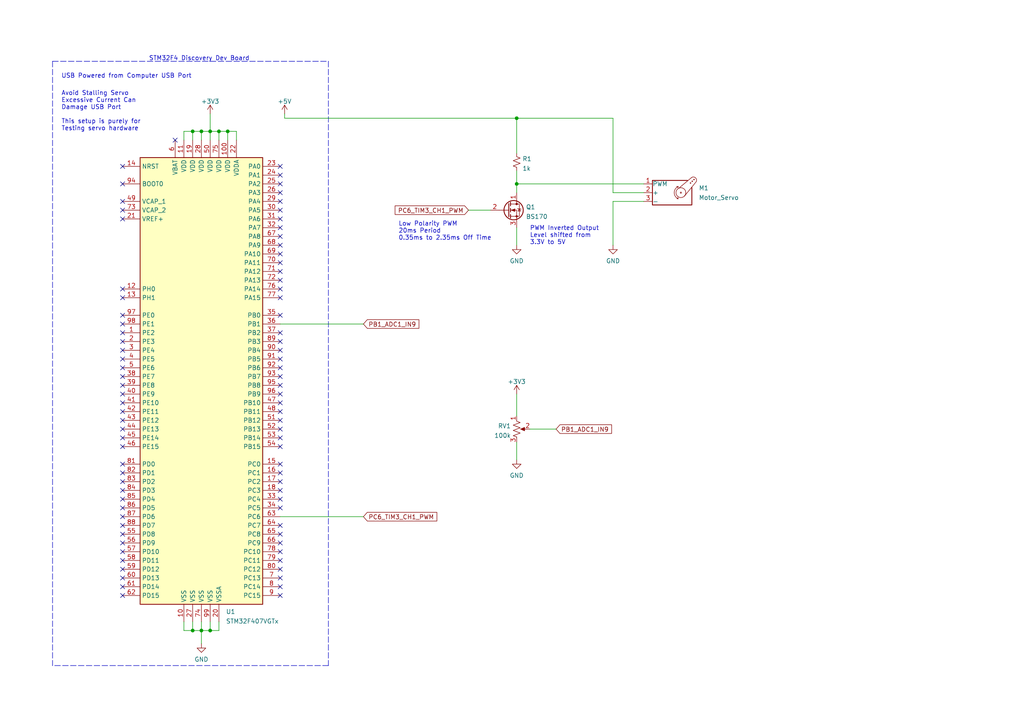
<source format=kicad_sch>
(kicad_sch (version 20211123) (generator eeschema)
  (paper "A4")
  (lib_symbols
    (symbol "Device:Q_NMOS_DGS" (pin_names (offset 0) hide)
      (property "Reference" "Q" (at 5.08 1.27 0))
      (property "Value" "Q_NMOS_DGS" (at 5.08 -1.27 0))
      (symbol "Q_NMOS_DGS_0_1"
        (polyline (pts (xy 0.254 0) (xy -2.54 0)))
        (polyline (pts (xy 0.254 1.905) (xy 0.254 -1.905)) (stroke (width 0.254)))
        (polyline (pts (xy 0.762 -1.27) (xy 0.762 -2.286)) (stroke (width 0.254)))
        (polyline (pts (xy 0.762 0.508) (xy 0.762 -0.508)) (stroke (width 0.254)))
        (polyline (pts (xy 0.762 2.286) (xy 0.762 1.27)) (stroke (width 0.254)))
        (polyline (pts (xy 2.54 2.54) (xy 2.54 1.778)))
        (polyline (pts (xy 2.54 -2.54) (xy 2.54 0) (xy 0.762 0)))
        (polyline (pts (xy 0.762 -1.778) (xy 3.302 -1.778) (xy 3.302 1.778) (xy 0.762 1.778)))
        (polyline (pts (xy 1.016 0) (xy 2.032 0.381) (xy 2.032 -0.381) (xy 1.016 0)) (fill (type outline)))
        (polyline (pts (xy 2.794 0.508) (xy 2.921 0.381) (xy 3.683 0.381) (xy 3.81 0.254)))
        (polyline (pts (xy 3.302 0.381) (xy 2.921 -0.254) (xy 3.683 -0.254) (xy 3.302 0.381)))
        (circle (center 1.651 0) (radius 2.794) (stroke (width 0.254)))
        (circle (center 2.54 -1.778) (radius 0.254) (fill (type outline)))
        (circle (center 2.54 1.778) (radius 0.254) (fill (type outline)))
      )
      (symbol "Q_NMOS_DGS_1_1"
        (pin passive line (at 2.54 5.08 270) (length 2.54) (name "D") (number "1"))
        (pin input line (at -5.08 0 0) (length 2.54) (name "G") (number "2"))
        (pin passive line (at 2.54 -5.08 90) (length 2.54) (name "S") (number "3"))
      )
    )
    (symbol "Device:R_Potentiometer_US" (pin_names (offset 1.016) hide)
      (property "Reference" "RV" (at -4.445 0 90))
      (property "Value" "R_Potentiometer_US" (at -2.54 0 90))
      (symbol "R_Potentiometer_US_0_1"
        (polyline (pts (xy 0 -2.286) (xy 0 -2.54)))
        (polyline (pts (xy 0 2.54) (xy 0 2.286)))
        (polyline (pts (xy 2.54 0) (xy 1.524 0)))
        (polyline (pts (xy 1.143 0) (xy 2.286 0.508) (xy 2.286 -0.508) (xy 1.143 0)) (fill (type outline)))
        (polyline (pts (xy 0 -0.762) (xy 1.016 -1.143) (xy 0 -1.524) (xy -1.016 -1.905) (xy 0 -2.286)))
        (polyline (pts (xy 0 0.762) (xy 1.016 0.381) (xy 0 0) (xy -1.016 -0.381) (xy 0 -0.762)))
        (polyline (pts (xy 0 2.286) (xy 1.016 1.905) (xy 0 1.524) (xy -1.016 1.143) (xy 0 0.762)))
      )
      (symbol "R_Potentiometer_US_1_1"
        (pin passive line (at 0 3.81 270) (length 1.27) (name "1") (number "1"))
        (pin passive line (at 3.81 0 180) (length 1.27) (name "2") (number "2"))
        (pin passive line (at 0 -3.81 90) (length 1.27) (name "3") (number "3"))
      )
    )
    (symbol "Device:R_Small_US" (pin_numbers hide) (pin_names (offset 0.254) hide)
      (property "Reference" "R" (at 0.762 0.508 0))
      (property "Value" "R_Small_US" (at 0.762 -1.016 0))
      (symbol "R_Small_US_1_1"
        (polyline (pts (xy 0 0) (xy 1.016 -0.381) (xy 0 -0.762) (xy -1.016 -1.143) (xy 0 -1.524)))
        (polyline (pts (xy 0 1.524) (xy 1.016 1.143) (xy 0 0.762) (xy -1.016 0.381) (xy 0 0)))
        (pin passive line (at 0 2.54 270) (length 1.016) (name "~") (number "1"))
        (pin passive line (at 0 -2.54 90) (length 1.016) (name "~") (number "2"))
      )
    )
    (symbol "MCU_ST_STM32F4:STM32F407VGTx"
      (property "Reference" "U" (at -17.78 64.77 0))
      (property "Value" "STM32F407VGTx" (at 12.7 64.77 0))
      (symbol "STM32F407VGTx_0_1"
        (rectangle (start -17.78 -66.04) (end 17.78 63.5) (stroke (width 0.254)) (fill (type background)))
      )
      (symbol "STM32F407VGTx_1_1"
        (pin bidirectional line (at -22.86 12.7 0) (length 5.08) (name "PE2") (number "1"))
        (pin power_in line (at -5.08 -71.12 90) (length 5.08) (name "VSS") (number "10"))
        (pin power_in line (at 7.62 68.58 270) (length 5.08) (name "VDD") (number "100"))
        (pin power_in line (at -5.08 68.58 270) (length 5.08) (name "VDD") (number "11"))
        (pin input line (at -22.86 25.4 0) (length 5.08) (name "PH0") (number "12"))
        (pin input line (at -22.86 22.86 0) (length 5.08) (name "PH1") (number "13"))
        (pin input line (at -22.86 60.96 0) (length 5.08) (name "NRST") (number "14"))
        (pin bidirectional line (at 22.86 -25.4 180) (length 5.08) (name "PC0") (number "15"))
        (pin bidirectional line (at 22.86 -27.94 180) (length 5.08) (name "PC1") (number "16"))
        (pin bidirectional line (at 22.86 -30.48 180) (length 5.08) (name "PC2") (number "17"))
        (pin bidirectional line (at 22.86 -33.02 180) (length 5.08) (name "PC3") (number "18"))
        (pin power_in line (at -2.54 68.58 270) (length 5.08) (name "VDD") (number "19"))
        (pin bidirectional line (at -22.86 10.16 0) (length 5.08) (name "PE3") (number "2"))
        (pin power_in line (at 5.08 -71.12 90) (length 5.08) (name "VSSA") (number "20"))
        (pin power_in line (at -22.86 45.72 0) (length 5.08) (name "VREF+") (number "21"))
        (pin power_in line (at 10.16 68.58 270) (length 5.08) (name "VDDA") (number "22"))
        (pin bidirectional line (at 22.86 60.96 180) (length 5.08) (name "PA0") (number "23"))
        (pin bidirectional line (at 22.86 58.42 180) (length 5.08) (name "PA1") (number "24"))
        (pin bidirectional line (at 22.86 55.88 180) (length 5.08) (name "PA2") (number "25"))
        (pin bidirectional line (at 22.86 53.34 180) (length 5.08) (name "PA3") (number "26"))
        (pin power_in line (at -2.54 -71.12 90) (length 5.08) (name "VSS") (number "27"))
        (pin power_in line (at 0 68.58 270) (length 5.08) (name "VDD") (number "28"))
        (pin bidirectional line (at 22.86 50.8 180) (length 5.08) (name "PA4") (number "29"))
        (pin bidirectional line (at -22.86 7.62 0) (length 5.08) (name "PE4") (number "3"))
        (pin bidirectional line (at 22.86 48.26 180) (length 5.08) (name "PA5") (number "30"))
        (pin bidirectional line (at 22.86 45.72 180) (length 5.08) (name "PA6") (number "31"))
        (pin bidirectional line (at 22.86 43.18 180) (length 5.08) (name "PA7") (number "32"))
        (pin bidirectional line (at 22.86 -35.56 180) (length 5.08) (name "PC4") (number "33"))
        (pin bidirectional line (at 22.86 -38.1 180) (length 5.08) (name "PC5") (number "34"))
        (pin bidirectional line (at 22.86 17.78 180) (length 5.08) (name "PB0") (number "35"))
        (pin bidirectional line (at 22.86 15.24 180) (length 5.08) (name "PB1") (number "36"))
        (pin bidirectional line (at 22.86 12.7 180) (length 5.08) (name "PB2") (number "37"))
        (pin bidirectional line (at -22.86 0 0) (length 5.08) (name "PE7") (number "38"))
        (pin bidirectional line (at -22.86 -2.54 0) (length 5.08) (name "PE8") (number "39"))
        (pin bidirectional line (at -22.86 5.08 0) (length 5.08) (name "PE5") (number "4"))
        (pin bidirectional line (at -22.86 -5.08 0) (length 5.08) (name "PE9") (number "40"))
        (pin bidirectional line (at -22.86 -7.62 0) (length 5.08) (name "PE10") (number "41"))
        (pin bidirectional line (at -22.86 -10.16 0) (length 5.08) (name "PE11") (number "42"))
        (pin bidirectional line (at -22.86 -12.7 0) (length 5.08) (name "PE12") (number "43"))
        (pin bidirectional line (at -22.86 -15.24 0) (length 5.08) (name "PE13") (number "44"))
        (pin bidirectional line (at -22.86 -17.78 0) (length 5.08) (name "PE14") (number "45"))
        (pin bidirectional line (at -22.86 -20.32 0) (length 5.08) (name "PE15") (number "46"))
        (pin bidirectional line (at 22.86 -7.62 180) (length 5.08) (name "PB10") (number "47"))
        (pin bidirectional line (at 22.86 -10.16 180) (length 5.08) (name "PB11") (number "48"))
        (pin power_in line (at -22.86 50.8 0) (length 5.08) (name "VCAP_1") (number "49"))
        (pin bidirectional line (at -22.86 2.54 0) (length 5.08) (name "PE6") (number "5"))
        (pin power_in line (at 2.54 68.58 270) (length 5.08) (name "VDD") (number "50"))
        (pin bidirectional line (at 22.86 -12.7 180) (length 5.08) (name "PB12") (number "51"))
        (pin bidirectional line (at 22.86 -15.24 180) (length 5.08) (name "PB13") (number "52"))
        (pin bidirectional line (at 22.86 -17.78 180) (length 5.08) (name "PB14") (number "53"))
        (pin bidirectional line (at 22.86 -20.32 180) (length 5.08) (name "PB15") (number "54"))
        (pin bidirectional line (at -22.86 -45.72 0) (length 5.08) (name "PD8") (number "55"))
        (pin bidirectional line (at -22.86 -48.26 0) (length 5.08) (name "PD9") (number "56"))
        (pin bidirectional line (at -22.86 -50.8 0) (length 5.08) (name "PD10") (number "57"))
        (pin bidirectional line (at -22.86 -53.34 0) (length 5.08) (name "PD11") (number "58"))
        (pin bidirectional line (at -22.86 -55.88 0) (length 5.08) (name "PD12") (number "59"))
        (pin power_in line (at -7.62 68.58 270) (length 5.08) (name "VBAT") (number "6"))
        (pin bidirectional line (at -22.86 -58.42 0) (length 5.08) (name "PD13") (number "60"))
        (pin bidirectional line (at -22.86 -60.96 0) (length 5.08) (name "PD14") (number "61"))
        (pin bidirectional line (at -22.86 -63.5 0) (length 5.08) (name "PD15") (number "62"))
        (pin bidirectional line (at 22.86 -40.64 180) (length 5.08) (name "PC6") (number "63"))
        (pin bidirectional line (at 22.86 -43.18 180) (length 5.08) (name "PC7") (number "64"))
        (pin bidirectional line (at 22.86 -45.72 180) (length 5.08) (name "PC8") (number "65"))
        (pin bidirectional line (at 22.86 -48.26 180) (length 5.08) (name "PC9") (number "66"))
        (pin bidirectional line (at 22.86 40.64 180) (length 5.08) (name "PA8") (number "67"))
        (pin bidirectional line (at 22.86 38.1 180) (length 5.08) (name "PA9") (number "68"))
        (pin bidirectional line (at 22.86 35.56 180) (length 5.08) (name "PA10") (number "69"))
        (pin bidirectional line (at 22.86 -58.42 180) (length 5.08) (name "PC13") (number "7"))
        (pin bidirectional line (at 22.86 33.02 180) (length 5.08) (name "PA11") (number "70"))
        (pin bidirectional line (at 22.86 30.48 180) (length 5.08) (name "PA12") (number "71"))
        (pin bidirectional line (at 22.86 27.94 180) (length 5.08) (name "PA13") (number "72"))
        (pin power_in line (at -22.86 48.26 0) (length 5.08) (name "VCAP_2") (number "73"))
        (pin power_in line (at 0 -71.12 90) (length 5.08) (name "VSS") (number "74"))
        (pin power_in line (at 5.08 68.58 270) (length 5.08) (name "VDD") (number "75"))
        (pin bidirectional line (at 22.86 25.4 180) (length 5.08) (name "PA14") (number "76"))
        (pin bidirectional line (at 22.86 22.86 180) (length 5.08) (name "PA15") (number "77"))
        (pin bidirectional line (at 22.86 -50.8 180) (length 5.08) (name "PC10") (number "78"))
        (pin bidirectional line (at 22.86 -53.34 180) (length 5.08) (name "PC11") (number "79"))
        (pin bidirectional line (at 22.86 -60.96 180) (length 5.08) (name "PC14") (number "8"))
        (pin bidirectional line (at 22.86 -55.88 180) (length 5.08) (name "PC12") (number "80"))
        (pin bidirectional line (at -22.86 -25.4 0) (length 5.08) (name "PD0") (number "81"))
        (pin bidirectional line (at -22.86 -27.94 0) (length 5.08) (name "PD1") (number "82"))
        (pin bidirectional line (at -22.86 -30.48 0) (length 5.08) (name "PD2") (number "83"))
        (pin bidirectional line (at -22.86 -33.02 0) (length 5.08) (name "PD3") (number "84"))
        (pin bidirectional line (at -22.86 -35.56 0) (length 5.08) (name "PD4") (number "85"))
        (pin bidirectional line (at -22.86 -38.1 0) (length 5.08) (name "PD5") (number "86"))
        (pin bidirectional line (at -22.86 -40.64 0) (length 5.08) (name "PD6") (number "87"))
        (pin bidirectional line (at -22.86 -43.18 0) (length 5.08) (name "PD7") (number "88"))
        (pin bidirectional line (at 22.86 10.16 180) (length 5.08) (name "PB3") (number "89"))
        (pin bidirectional line (at 22.86 -63.5 180) (length 5.08) (name "PC15") (number "9"))
        (pin bidirectional line (at 22.86 7.62 180) (length 5.08) (name "PB4") (number "90"))
        (pin bidirectional line (at 22.86 5.08 180) (length 5.08) (name "PB5") (number "91"))
        (pin bidirectional line (at 22.86 2.54 180) (length 5.08) (name "PB6") (number "92"))
        (pin bidirectional line (at 22.86 0 180) (length 5.08) (name "PB7") (number "93"))
        (pin input line (at -22.86 55.88 0) (length 5.08) (name "BOOT0") (number "94"))
        (pin bidirectional line (at 22.86 -2.54 180) (length 5.08) (name "PB8") (number "95"))
        (pin bidirectional line (at 22.86 -5.08 180) (length 5.08) (name "PB9") (number "96"))
        (pin bidirectional line (at -22.86 17.78 0) (length 5.08) (name "PE0") (number "97"))
        (pin bidirectional line (at -22.86 15.24 0) (length 5.08) (name "PE1") (number "98"))
        (pin power_in line (at 2.54 -71.12 90) (length 5.08) (name "VSS") (number "99"))
      )
    )
    (symbol "Motor:Motor_Servo" (pin_names (offset 0.0254))
      (property "Reference" "M" (at -5.08 4.445 0))
      (property "Value" "Motor_Servo" (at -5.08 -4.064 0))
      (symbol "Motor_Servo_0_1"
        (polyline (pts (xy 2.413 -1.778) (xy 2.032 -1.778)))
        (polyline (pts (xy 2.413 -1.778) (xy 2.286 -1.397)))
        (polyline (pts (xy 2.413 1.778) (xy 1.905 1.778)))
        (polyline (pts (xy 2.413 1.778) (xy 2.286 1.397)))
        (polyline (pts (xy 6.35 4.445) (xy 2.54 1.27)))
        (polyline (pts (xy 7.62 3.175) (xy 4.191 -1.016)))
        (polyline (pts (xy 5.08 3.556) (xy -5.08 3.556) (xy -5.08 -3.556) (xy 6.35 -3.556) (xy 6.35 1.524)) (stroke (width 0.254)))
        (arc (start 2.413 1.778) (mid 1.2406 0) (end 2.413 -1.778))
        (circle (center 3.175 0) (radius 0.1778))
        (circle (center 3.175 0) (radius 1.4224))
        (circle (center 5.969 2.794) (radius 0.127))
        (circle (center 6.477 3.302) (radius 0.127))
        (circle (center 6.985 3.81) (radius 0.127))
        (arc (start 7.62 3.175) (mid 7.4485 4.2735) (end 6.35 4.445))
      )
      (symbol "Motor_Servo_1_1"
        (pin passive line (at -7.62 2.54 0) (length 2.54) (name "PWM") (number "1"))
        (pin passive line (at -7.62 0 0) (length 2.54) (name "+") (number "2"))
        (pin passive line (at -7.62 -2.54 0) (length 2.54) (name "-") (number "3"))
      )
    )
    (symbol "power:+3.3V" (power) (pin_names (offset 0))
      (property "Value" "+3.3V" (at 0 3.556 0))
      (symbol "+3.3V_0_1"
        (polyline (pts (xy -0.762 1.27) (xy 0 2.54)))
        (polyline (pts (xy 0 0) (xy 0 2.54)))
        (polyline (pts (xy 0 2.54) (xy 0.762 1.27)))
      )
      (symbol "+3.3V_1_1"
        (pin power_in line (at 0 0 90) (length 0) hide (name "+3V3") (number "1"))
      )
    )
    (symbol "power:+5V" (power) (pin_names (offset 0))
      (property "Value" "+5V" (at 0 3.556 0))
      (symbol "+5V_0_1"
        (polyline (pts (xy -0.762 1.27) (xy 0 2.54)))
        (polyline (pts (xy 0 0) (xy 0 2.54)))
        (polyline (pts (xy 0 2.54) (xy 0.762 1.27)))
      )
      (symbol "+5V_1_1"
        (pin power_in line (at 0 0 90) (length 0) hide (name "+5V") (number "1"))
      )
    )
    (symbol "power:GND" (power) (pin_names (offset 0))
      (property "Value" "GND" (at 0 -3.81 0))
      (symbol "GND_0_1"
        (polyline (pts (xy 0 0) (xy 0 -1.27) (xy 1.27 -1.27) (xy 0 -2.54) (xy -1.27 -1.27) (xy 0 -1.27)))
      )
      (symbol "GND_1_1"
        (pin power_in line (at 0 0 270) (length 0) hide (name "GND") (number "1"))
      )
    )
  )
  (junction (at 60.96 38.1))
  (junction (at 149.86 34.29))
  (junction (at 55.88 38.1))
  (junction (at 55.88 182.88))
  (junction (at 149.86 53.34))
  (junction (at 58.42 182.88))
  (junction (at 63.5 38.1))
  (junction (at 58.42 38.1))
  (junction (at 66.04 38.1))
  (junction (at 60.96 182.88))
  (no_connect (at 35.56 116.84))
  (no_connect (at 35.56 154.94))
  (no_connect (at 35.56 124.46))
  (no_connect (at 35.56 121.92))
  (no_connect (at 35.56 119.38))
  (no_connect (at 35.56 127))
  (no_connect (at 35.56 172.72))
  (no_connect (at 35.56 170.18))
  (no_connect (at 35.56 167.64))
  (no_connect (at 35.56 157.48))
  (no_connect (at 35.56 160.02))
  (no_connect (at 35.56 165.1))
  (no_connect (at 35.56 162.56))
  (no_connect (at 35.56 129.54))
  (no_connect (at 35.56 134.62))
  (no_connect (at 35.56 139.7))
  (no_connect (at 35.56 137.16))
  (no_connect (at 35.56 111.76))
  (no_connect (at 35.56 114.3))
  (no_connect (at 81.28 71.12))
  (no_connect (at 81.28 73.66))
  (no_connect (at 81.28 137.16))
  (no_connect (at 81.28 142.24))
  (no_connect (at 81.28 134.62))
  (no_connect (at 81.28 139.7))
  (no_connect (at 81.28 147.32))
  (no_connect (at 81.28 129.54))
  (no_connect (at 81.28 127))
  (no_connect (at 81.28 144.78))
  (no_connect (at 81.28 111.76))
  (no_connect (at 81.28 114.3))
  (no_connect (at 81.28 119.38))
  (no_connect (at 81.28 121.92))
  (no_connect (at 81.28 116.84))
  (no_connect (at 81.28 124.46))
  (no_connect (at 35.56 149.86))
  (no_connect (at 35.56 152.4))
  (no_connect (at 35.56 142.24))
  (no_connect (at 35.56 144.78))
  (no_connect (at 35.56 147.32))
  (no_connect (at 50.8 40.64))
  (no_connect (at 35.56 48.26))
  (no_connect (at 81.28 55.88))
  (no_connect (at 81.28 50.8))
  (no_connect (at 81.28 58.42))
  (no_connect (at 81.28 48.26))
  (no_connect (at 81.28 152.4))
  (no_connect (at 81.28 154.94))
  (no_connect (at 81.28 157.48))
  (no_connect (at 81.28 160.02))
  (no_connect (at 81.28 172.72))
  (no_connect (at 81.28 167.64))
  (no_connect (at 81.28 162.56))
  (no_connect (at 81.28 165.1))
  (no_connect (at 81.28 170.18))
  (no_connect (at 35.56 109.22))
  (no_connect (at 35.56 99.06))
  (no_connect (at 35.56 91.44))
  (no_connect (at 35.56 96.52))
  (no_connect (at 35.56 106.68))
  (no_connect (at 35.56 86.36))
  (no_connect (at 35.56 101.6))
  (no_connect (at 35.56 104.14))
  (no_connect (at 35.56 63.5))
  (no_connect (at 35.56 93.98))
  (no_connect (at 35.56 60.96))
  (no_connect (at 35.56 58.42))
  (no_connect (at 35.56 83.82))
  (no_connect (at 35.56 53.34))
  (no_connect (at 81.28 109.22))
  (no_connect (at 81.28 91.44))
  (no_connect (at 81.28 86.36))
  (no_connect (at 81.28 83.82))
  (no_connect (at 81.28 78.74))
  (no_connect (at 81.28 81.28))
  (no_connect (at 81.28 76.2))
  (no_connect (at 81.28 53.34))
  (no_connect (at 81.28 66.04))
  (no_connect (at 81.28 63.5))
  (no_connect (at 81.28 60.96))
  (no_connect (at 81.28 68.58))
  (no_connect (at 81.28 104.14))
  (no_connect (at 81.28 106.68))
  (no_connect (at 81.28 96.52))
  (no_connect (at 81.28 101.6))
  (no_connect (at 81.28 99.06))
  (wire (pts (xy 58.42 182.88) (xy 60.96 182.88)))
  (wire (pts (xy 63.5 38.1) (xy 66.04 38.1)))
  (wire (pts (xy 55.88 182.88) (xy 58.42 182.88)))
  (wire (pts (xy 53.34 38.1) (xy 55.88 38.1)))
  (wire (pts (xy 60.96 38.1) (xy 63.5 38.1)))
  (wire (pts (xy 177.8 71.12) (xy 177.8 58.42)))
  (wire (pts (xy 149.86 53.34) (xy 186.69 53.34)))
  (wire (pts (xy 60.96 180.34) (xy 60.96 182.88)))
  (wire (pts (xy 66.04 38.1) (xy 66.04 40.64)))
  (wire (pts (xy 135.89 60.96) (xy 142.24 60.96)))
  (wire (pts (xy 177.8 34.29) (xy 177.8 55.88)))
  (wire (pts (xy 81.28 149.86) (xy 105.41 149.86)))
  (polyline (pts (xy 15.24 17.78) (xy 95.25 17.78)))
  (wire (pts (xy 55.88 38.1) (xy 55.88 40.64)))
  (wire (pts (xy 55.88 180.34) (xy 55.88 182.88)))
  (wire (pts (xy 60.96 38.1) (xy 60.96 40.64)))
  (wire (pts (xy 81.28 93.98) (xy 105.41 93.98)))
  (wire (pts (xy 58.42 38.1) (xy 58.42 40.64)))
  (wire (pts (xy 149.86 66.04) (xy 149.86 71.12)))
  (wire (pts (xy 53.34 40.64) (xy 53.34 38.1)))
  (polyline (pts (xy 15.24 17.78) (xy 15.24 193.04)))
  (wire (pts (xy 63.5 182.88) (xy 63.5 180.34)))
  (wire (pts (xy 177.8 58.42) (xy 186.69 58.42)))
  (wire (pts (xy 60.96 182.88) (xy 63.5 182.88)))
  (wire (pts (xy 53.34 182.88) (xy 55.88 182.88)))
  (wire (pts (xy 186.69 55.88) (xy 177.8 55.88)))
  (polyline (pts (xy 95.25 193.04) (xy 15.24 193.04)))
  (wire (pts (xy 60.96 33.02) (xy 60.96 38.1)))
  (wire (pts (xy 153.67 124.46) (xy 161.29 124.46)))
  (wire (pts (xy 149.86 114.3) (xy 149.86 120.65)))
  (wire (pts (xy 149.86 53.34) (xy 149.86 49.53)))
  (wire (pts (xy 82.55 33.02) (xy 82.55 34.29)))
  (wire (pts (xy 55.88 38.1) (xy 58.42 38.1)))
  (wire (pts (xy 58.42 38.1) (xy 60.96 38.1)))
  (wire (pts (xy 149.86 53.34) (xy 149.86 55.88)))
  (wire (pts (xy 82.55 34.29) (xy 149.86 34.29)))
  (wire (pts (xy 149.86 34.29) (xy 177.8 34.29)))
  (wire (pts (xy 58.42 180.34) (xy 58.42 182.88)))
  (wire (pts (xy 68.58 38.1) (xy 68.58 40.64)))
  (wire (pts (xy 58.42 182.88) (xy 58.42 186.69)))
  (wire (pts (xy 53.34 180.34) (xy 53.34 182.88)))
  (wire (pts (xy 63.5 38.1) (xy 63.5 40.64)))
  (wire (pts (xy 149.86 128.27) (xy 149.86 133.35)))
  (wire (pts (xy 66.04 38.1) (xy 68.58 38.1)))
  (polyline (pts (xy 95.25 17.78) (xy 95.25 193.04)))
  (wire (pts (xy 149.86 34.29) (xy 149.86 44.45)))
  (text "Avoid Stalling Servo\nExcessive Current Can\nDamage USB Port\n\nThis setup is purely for \nTesting servo hardware" (at 17.78 38.1 0) (effects (font (size 1.27 1.27)) (justify left bottom)))
  (text "STM32F4 Discovery Dev Board" (at 43.18 17.78 0) (effects (font (size 1.27 1.27)) (justify left bottom)))
  (text "Low Polarity PWM \n20ms Period\n0.35ms to 2.35ms Off Time\n" (at 115.57 69.85 0) (effects (font (size 1.27 1.27)) (justify left bottom)))
  (text "PWM Inverted Output\nLevel shifted from \n3.3V to 5V" (at 153.67 71.12 0) (effects (font (size 1.27 1.27)) (justify left bottom)))
  (text "USB Powered from Computer USB Port" (at 17.78 22.86 0) (effects (font (size 1.27 1.27)) (justify left bottom)))
  (global_label "PB1_ADC1_IN9" (shape input) (at 161.29 124.46 0) (property "Intersheet References" "${INTERSHEET_REFS}" (effects hide)))
  (global_label "PB1_ADC1_IN9" (shape input) (at 105.41 93.98 0) (property "Intersheet References" "${INTERSHEET_REFS}" (effects hide)))
  (global_label "PC6_TIM3_CH1_PWM" (shape input) (at 135.89 60.96 180) (property "Intersheet References" "${INTERSHEET_REFS}" (effects hide)))
  (global_label "PC6_TIM3_CH1_PWM" (shape input) (at 105.41 149.86 0) (property "Intersheet References" "${INTERSHEET_REFS}" (effects hide)))
  (symbol (lib_id "power:GND") (at 149.86 71.12 0) (unit 1)
    (property "Reference" "#PWR04" (effects hide))
    (property "Value" "GND" (at 149.86 75.6825 0))
  )
  (symbol (lib_id "Device:R_Potentiometer_US") (at 149.86 124.46 0) (unit 1)
    (property "Reference" "RV1" (at 148.2091 123.5515 0) (effects (justify right)))
    (property "Value" "100k" (at 148.2091 126.3266 0) (effects (justify right)))
  )
  (symbol (lib_id "power:GND") (at 149.86 133.35 0) (unit 1)
    (property "Reference" "#PWR06" (effects hide))
    (property "Value" "GND" (at 149.86 137.9125 0))
  )
  (symbol (lib_id "Motor:Motor_Servo") (at 194.31 55.88 0) (unit 1)
    (property "Reference" "M1" (at 202.6696 54.5381 0) (effects (justify left)))
    (property "Value" "Motor_Servo" (at 202.6696 57.3132 0) (effects (justify left)))
    (property "Datasheet" "http://forums.parallax.com/uploads/attachments/46831/74481.png" (effects hide))
  )
  (symbol (lib_id "power:+5V") (at 82.55 33.02 0) (unit 1)
    (property "Reference" "#PWR03" (effects hide))
    (property "Value" "+5V" (at 82.55 29.4155 0))
  )
  (symbol (lib_id "Device:R_Small_US") (at 149.86 46.99 0) (unit 1)
    (property "Reference" "R1" (at 151.511 46.0815 0) (effects (justify left)))
    (property "Value" "1k" (at 151.511 48.8566 0) (effects (justify left)))
  )
  (symbol (lib_id "power:GND") (at 58.42 186.69 0) (unit 1)
    (property "Reference" "#PWR01" (effects hide))
    (property "Value" "GND" (at 58.42 191.2525 0))
  )
  (symbol (lib_id "power:+3.3V") (at 60.96 33.02 0) (unit 1)
    (property "Reference" "#PWR02" (effects hide))
    (property "Value" "+3.3V" (at 60.96 29.4155 0))
  )
  (symbol (lib_id "MCU_ST_STM32F4:STM32F407VGTx") (at 58.42 109.22 0) (unit 1)
    (property "Reference" "U1" (at 65.5194 177.4095 0) (effects (justify left)))
    (property "Value" "STM32F407VGTx" (at 65.5194 180.1846 0) (effects (justify left)))
    (property "Footprint" "Package_QFP:LQFP-100_14x14mm_P0.5mm" (effects hide))
    (property "Datasheet" "http://www.st.com/st-web-ui/static/active/en/resource/technical/document/datasheet/DM00037051.pdf" (effects hide))
  )
  (symbol (lib_id "power:GND") (at 177.8 71.12 0) (unit 1)
    (property "Reference" "#PWR07" (effects hide))
    (property "Value" "GND" (at 177.8 75.6825 0))
  )
  (symbol (lib_id "power:+3.3V") (at 149.86 114.3 0) (unit 1)
    (property "Reference" "#PWR05" (effects hide))
    (property "Value" "+3.3V" (at 149.86 110.6955 0))
  )
  (symbol (lib_id "Device:Q_NMOS_DGS") (at 147.32 60.96 0) (unit 1)
    (property "Reference" "Q1" (at 152.527 60.0515 0) (effects (justify left)))
    (property "Value" "BS170" (at 152.527 62.8266 0) (effects (justify left)))
  )
)
</source>
